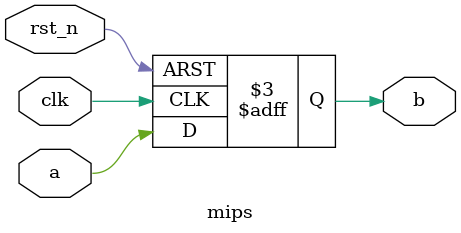
<source format=v>
module mips
(
	input clk,
	input rst_n,
	input a,
	output reg b
);

always@(posedge clk or negedge rst_n) begin
	if(!rst_n)
		b <= 1'd0;
	else
		b <= a;

end
endmodule
</source>
